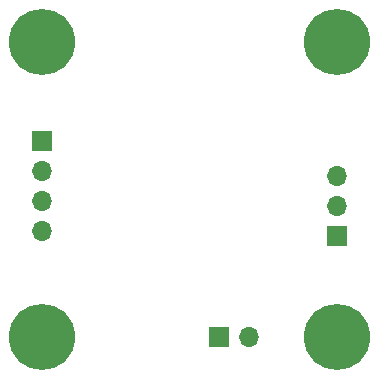
<source format=gbr>
%TF.GenerationSoftware,KiCad,Pcbnew,8.0.1*%
%TF.CreationDate,2024-11-19T12:42:29-08:00*%
%TF.ProjectId,DuplexUARTtoHalf,4475706c-6578-4554-9152-54746f48616c,rev?*%
%TF.SameCoordinates,Original*%
%TF.FileFunction,Soldermask,Bot*%
%TF.FilePolarity,Negative*%
%FSLAX46Y46*%
G04 Gerber Fmt 4.6, Leading zero omitted, Abs format (unit mm)*
G04 Created by KiCad (PCBNEW 8.0.1) date 2024-11-19 12:42:29*
%MOMM*%
%LPD*%
G01*
G04 APERTURE LIST*
%ADD10R,1.700000X1.700000*%
%ADD11O,1.700000X1.700000*%
%ADD12C,5.600000*%
G04 APERTURE END LIST*
D10*
%TO.C,J7*%
X170000000Y-91500000D03*
D11*
X170000000Y-88960000D03*
X170000000Y-86420000D03*
%TD*%
D10*
%TO.C,J6*%
X160000000Y-100000000D03*
D11*
X162540000Y-100000000D03*
%TD*%
D10*
%TO.C,J5*%
X145000000Y-83380000D03*
D11*
X145000000Y-85920000D03*
X145000000Y-88460000D03*
X145000000Y-91000000D03*
%TD*%
D12*
%TO.C,J4*%
X170000000Y-75000000D03*
%TD*%
%TO.C,J3*%
X170000000Y-100000000D03*
%TD*%
%TO.C,J2*%
X145000000Y-100000000D03*
%TD*%
%TO.C,J1*%
X145000000Y-75000000D03*
%TD*%
M02*

</source>
